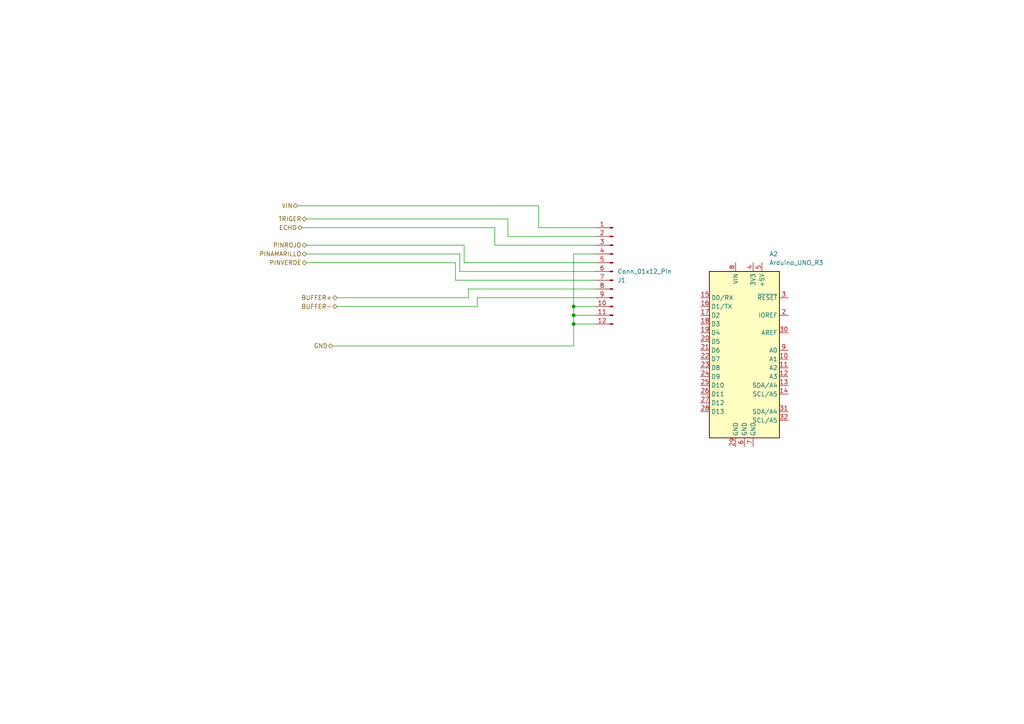
<source format=kicad_sch>
(kicad_sch
	(version 20250114)
	(generator "eeschema")
	(generator_version "9.0")
	(uuid "82ee8b4f-40d8-4d72-9b6b-631ebadad176")
	(paper "A4")
	(lib_symbols
		(symbol "Connector:Conn_01x12_Pin"
			(pin_names
				(offset 1.016)
				(hide yes)
			)
			(exclude_from_sim no)
			(in_bom yes)
			(on_board yes)
			(property "Reference" "J"
				(at 0 15.24 0)
				(effects
					(font
						(size 1.27 1.27)
					)
				)
			)
			(property "Value" "Conn_01x12_Pin"
				(at 0 -17.78 0)
				(effects
					(font
						(size 1.27 1.27)
					)
				)
			)
			(property "Footprint" ""
				(at 0 0 0)
				(effects
					(font
						(size 1.27 1.27)
					)
					(hide yes)
				)
			)
			(property "Datasheet" "~"
				(at 0 0 0)
				(effects
					(font
						(size 1.27 1.27)
					)
					(hide yes)
				)
			)
			(property "Description" "Generic connector, single row, 01x12, script generated"
				(at 0 0 0)
				(effects
					(font
						(size 1.27 1.27)
					)
					(hide yes)
				)
			)
			(property "ki_locked" ""
				(at 0 0 0)
				(effects
					(font
						(size 1.27 1.27)
					)
				)
			)
			(property "ki_keywords" "connector"
				(at 0 0 0)
				(effects
					(font
						(size 1.27 1.27)
					)
					(hide yes)
				)
			)
			(property "ki_fp_filters" "Connector*:*_1x??_*"
				(at 0 0 0)
				(effects
					(font
						(size 1.27 1.27)
					)
					(hide yes)
				)
			)
			(symbol "Conn_01x12_Pin_1_1"
				(rectangle
					(start 0.8636 12.827)
					(end 0 12.573)
					(stroke
						(width 0.1524)
						(type default)
					)
					(fill
						(type outline)
					)
				)
				(rectangle
					(start 0.8636 10.287)
					(end 0 10.033)
					(stroke
						(width 0.1524)
						(type default)
					)
					(fill
						(type outline)
					)
				)
				(rectangle
					(start 0.8636 7.747)
					(end 0 7.493)
					(stroke
						(width 0.1524)
						(type default)
					)
					(fill
						(type outline)
					)
				)
				(rectangle
					(start 0.8636 5.207)
					(end 0 4.953)
					(stroke
						(width 0.1524)
						(type default)
					)
					(fill
						(type outline)
					)
				)
				(rectangle
					(start 0.8636 2.667)
					(end 0 2.413)
					(stroke
						(width 0.1524)
						(type default)
					)
					(fill
						(type outline)
					)
				)
				(rectangle
					(start 0.8636 0.127)
					(end 0 -0.127)
					(stroke
						(width 0.1524)
						(type default)
					)
					(fill
						(type outline)
					)
				)
				(rectangle
					(start 0.8636 -2.413)
					(end 0 -2.667)
					(stroke
						(width 0.1524)
						(type default)
					)
					(fill
						(type outline)
					)
				)
				(rectangle
					(start 0.8636 -4.953)
					(end 0 -5.207)
					(stroke
						(width 0.1524)
						(type default)
					)
					(fill
						(type outline)
					)
				)
				(rectangle
					(start 0.8636 -7.493)
					(end 0 -7.747)
					(stroke
						(width 0.1524)
						(type default)
					)
					(fill
						(type outline)
					)
				)
				(rectangle
					(start 0.8636 -10.033)
					(end 0 -10.287)
					(stroke
						(width 0.1524)
						(type default)
					)
					(fill
						(type outline)
					)
				)
				(rectangle
					(start 0.8636 -12.573)
					(end 0 -12.827)
					(stroke
						(width 0.1524)
						(type default)
					)
					(fill
						(type outline)
					)
				)
				(rectangle
					(start 0.8636 -15.113)
					(end 0 -15.367)
					(stroke
						(width 0.1524)
						(type default)
					)
					(fill
						(type outline)
					)
				)
				(polyline
					(pts
						(xy 1.27 12.7) (xy 0.8636 12.7)
					)
					(stroke
						(width 0.1524)
						(type default)
					)
					(fill
						(type none)
					)
				)
				(polyline
					(pts
						(xy 1.27 10.16) (xy 0.8636 10.16)
					)
					(stroke
						(width 0.1524)
						(type default)
					)
					(fill
						(type none)
					)
				)
				(polyline
					(pts
						(xy 1.27 7.62) (xy 0.8636 7.62)
					)
					(stroke
						(width 0.1524)
						(type default)
					)
					(fill
						(type none)
					)
				)
				(polyline
					(pts
						(xy 1.27 5.08) (xy 0.8636 5.08)
					)
					(stroke
						(width 0.1524)
						(type default)
					)
					(fill
						(type none)
					)
				)
				(polyline
					(pts
						(xy 1.27 2.54) (xy 0.8636 2.54)
					)
					(stroke
						(width 0.1524)
						(type default)
					)
					(fill
						(type none)
					)
				)
				(polyline
					(pts
						(xy 1.27 0) (xy 0.8636 0)
					)
					(stroke
						(width 0.1524)
						(type default)
					)
					(fill
						(type none)
					)
				)
				(polyline
					(pts
						(xy 1.27 -2.54) (xy 0.8636 -2.54)
					)
					(stroke
						(width 0.1524)
						(type default)
					)
					(fill
						(type none)
					)
				)
				(polyline
					(pts
						(xy 1.27 -5.08) (xy 0.8636 -5.08)
					)
					(stroke
						(width 0.1524)
						(type default)
					)
					(fill
						(type none)
					)
				)
				(polyline
					(pts
						(xy 1.27 -7.62) (xy 0.8636 -7.62)
					)
					(stroke
						(width 0.1524)
						(type default)
					)
					(fill
						(type none)
					)
				)
				(polyline
					(pts
						(xy 1.27 -10.16) (xy 0.8636 -10.16)
					)
					(stroke
						(width 0.1524)
						(type default)
					)
					(fill
						(type none)
					)
				)
				(polyline
					(pts
						(xy 1.27 -12.7) (xy 0.8636 -12.7)
					)
					(stroke
						(width 0.1524)
						(type default)
					)
					(fill
						(type none)
					)
				)
				(polyline
					(pts
						(xy 1.27 -15.24) (xy 0.8636 -15.24)
					)
					(stroke
						(width 0.1524)
						(type default)
					)
					(fill
						(type none)
					)
				)
				(pin passive line
					(at 5.08 12.7 180)
					(length 3.81)
					(name "Pin_1"
						(effects
							(font
								(size 1.27 1.27)
							)
						)
					)
					(number "1"
						(effects
							(font
								(size 1.27 1.27)
							)
						)
					)
				)
				(pin passive line
					(at 5.08 10.16 180)
					(length 3.81)
					(name "Pin_2"
						(effects
							(font
								(size 1.27 1.27)
							)
						)
					)
					(number "2"
						(effects
							(font
								(size 1.27 1.27)
							)
						)
					)
				)
				(pin passive line
					(at 5.08 7.62 180)
					(length 3.81)
					(name "Pin_3"
						(effects
							(font
								(size 1.27 1.27)
							)
						)
					)
					(number "3"
						(effects
							(font
								(size 1.27 1.27)
							)
						)
					)
				)
				(pin passive line
					(at 5.08 5.08 180)
					(length 3.81)
					(name "Pin_4"
						(effects
							(font
								(size 1.27 1.27)
							)
						)
					)
					(number "4"
						(effects
							(font
								(size 1.27 1.27)
							)
						)
					)
				)
				(pin passive line
					(at 5.08 2.54 180)
					(length 3.81)
					(name "Pin_5"
						(effects
							(font
								(size 1.27 1.27)
							)
						)
					)
					(number "5"
						(effects
							(font
								(size 1.27 1.27)
							)
						)
					)
				)
				(pin passive line
					(at 5.08 0 180)
					(length 3.81)
					(name "Pin_6"
						(effects
							(font
								(size 1.27 1.27)
							)
						)
					)
					(number "6"
						(effects
							(font
								(size 1.27 1.27)
							)
						)
					)
				)
				(pin passive line
					(at 5.08 -2.54 180)
					(length 3.81)
					(name "Pin_7"
						(effects
							(font
								(size 1.27 1.27)
							)
						)
					)
					(number "7"
						(effects
							(font
								(size 1.27 1.27)
							)
						)
					)
				)
				(pin passive line
					(at 5.08 -5.08 180)
					(length 3.81)
					(name "Pin_8"
						(effects
							(font
								(size 1.27 1.27)
							)
						)
					)
					(number "8"
						(effects
							(font
								(size 1.27 1.27)
							)
						)
					)
				)
				(pin passive line
					(at 5.08 -7.62 180)
					(length 3.81)
					(name "Pin_9"
						(effects
							(font
								(size 1.27 1.27)
							)
						)
					)
					(number "9"
						(effects
							(font
								(size 1.27 1.27)
							)
						)
					)
				)
				(pin passive line
					(at 5.08 -10.16 180)
					(length 3.81)
					(name "Pin_10"
						(effects
							(font
								(size 1.27 1.27)
							)
						)
					)
					(number "10"
						(effects
							(font
								(size 1.27 1.27)
							)
						)
					)
				)
				(pin passive line
					(at 5.08 -12.7 180)
					(length 3.81)
					(name "Pin_11"
						(effects
							(font
								(size 1.27 1.27)
							)
						)
					)
					(number "11"
						(effects
							(font
								(size 1.27 1.27)
							)
						)
					)
				)
				(pin passive line
					(at 5.08 -15.24 180)
					(length 3.81)
					(name "Pin_12"
						(effects
							(font
								(size 1.27 1.27)
							)
						)
					)
					(number "12"
						(effects
							(font
								(size 1.27 1.27)
							)
						)
					)
				)
			)
			(embedded_fonts no)
		)
		(symbol "MCU_Module:Arduino_UNO_R3"
			(exclude_from_sim no)
			(in_bom yes)
			(on_board yes)
			(property "Reference" "A"
				(at -10.16 23.495 0)
				(effects
					(font
						(size 1.27 1.27)
					)
					(justify left bottom)
				)
			)
			(property "Value" "Arduino_UNO_R3"
				(at 5.08 -26.67 0)
				(effects
					(font
						(size 1.27 1.27)
					)
					(justify left top)
				)
			)
			(property "Footprint" "Module:Arduino_UNO_R3"
				(at 0 0 0)
				(effects
					(font
						(size 1.27 1.27)
						(italic yes)
					)
					(hide yes)
				)
			)
			(property "Datasheet" "https://www.arduino.cc/en/Main/arduinoBoardUno"
				(at 0 0 0)
				(effects
					(font
						(size 1.27 1.27)
					)
					(hide yes)
				)
			)
			(property "Description" "Arduino UNO Microcontroller Module, release 3"
				(at 0 0 0)
				(effects
					(font
						(size 1.27 1.27)
					)
					(hide yes)
				)
			)
			(property "ki_keywords" "Arduino UNO R3 Microcontroller Module Atmel AVR USB"
				(at 0 0 0)
				(effects
					(font
						(size 1.27 1.27)
					)
					(hide yes)
				)
			)
			(property "ki_fp_filters" "Arduino*UNO*R3*"
				(at 0 0 0)
				(effects
					(font
						(size 1.27 1.27)
					)
					(hide yes)
				)
			)
			(symbol "Arduino_UNO_R3_0_1"
				(rectangle
					(start -10.16 22.86)
					(end 10.16 -25.4)
					(stroke
						(width 0.254)
						(type default)
					)
					(fill
						(type background)
					)
				)
			)
			(symbol "Arduino_UNO_R3_1_1"
				(pin bidirectional line
					(at -12.7 15.24 0)
					(length 2.54)
					(name "D0/RX"
						(effects
							(font
								(size 1.27 1.27)
							)
						)
					)
					(number "15"
						(effects
							(font
								(size 1.27 1.27)
							)
						)
					)
				)
				(pin bidirectional line
					(at -12.7 12.7 0)
					(length 2.54)
					(name "D1/TX"
						(effects
							(font
								(size 1.27 1.27)
							)
						)
					)
					(number "16"
						(effects
							(font
								(size 1.27 1.27)
							)
						)
					)
				)
				(pin bidirectional line
					(at -12.7 10.16 0)
					(length 2.54)
					(name "D2"
						(effects
							(font
								(size 1.27 1.27)
							)
						)
					)
					(number "17"
						(effects
							(font
								(size 1.27 1.27)
							)
						)
					)
				)
				(pin bidirectional line
					(at -12.7 7.62 0)
					(length 2.54)
					(name "D3"
						(effects
							(font
								(size 1.27 1.27)
							)
						)
					)
					(number "18"
						(effects
							(font
								(size 1.27 1.27)
							)
						)
					)
				)
				(pin bidirectional line
					(at -12.7 5.08 0)
					(length 2.54)
					(name "D4"
						(effects
							(font
								(size 1.27 1.27)
							)
						)
					)
					(number "19"
						(effects
							(font
								(size 1.27 1.27)
							)
						)
					)
				)
				(pin bidirectional line
					(at -12.7 2.54 0)
					(length 2.54)
					(name "D5"
						(effects
							(font
								(size 1.27 1.27)
							)
						)
					)
					(number "20"
						(effects
							(font
								(size 1.27 1.27)
							)
						)
					)
				)
				(pin bidirectional line
					(at -12.7 0 0)
					(length 2.54)
					(name "D6"
						(effects
							(font
								(size 1.27 1.27)
							)
						)
					)
					(number "21"
						(effects
							(font
								(size 1.27 1.27)
							)
						)
					)
				)
				(pin bidirectional line
					(at -12.7 -2.54 0)
					(length 2.54)
					(name "D7"
						(effects
							(font
								(size 1.27 1.27)
							)
						)
					)
					(number "22"
						(effects
							(font
								(size 1.27 1.27)
							)
						)
					)
				)
				(pin bidirectional line
					(at -12.7 -5.08 0)
					(length 2.54)
					(name "D8"
						(effects
							(font
								(size 1.27 1.27)
							)
						)
					)
					(number "23"
						(effects
							(font
								(size 1.27 1.27)
							)
						)
					)
				)
				(pin bidirectional line
					(at -12.7 -7.62 0)
					(length 2.54)
					(name "D9"
						(effects
							(font
								(size 1.27 1.27)
							)
						)
					)
					(number "24"
						(effects
							(font
								(size 1.27 1.27)
							)
						)
					)
				)
				(pin bidirectional line
					(at -12.7 -10.16 0)
					(length 2.54)
					(name "D10"
						(effects
							(font
								(size 1.27 1.27)
							)
						)
					)
					(number "25"
						(effects
							(font
								(size 1.27 1.27)
							)
						)
					)
				)
				(pin bidirectional line
					(at -12.7 -12.7 0)
					(length 2.54)
					(name "D11"
						(effects
							(font
								(size 1.27 1.27)
							)
						)
					)
					(number "26"
						(effects
							(font
								(size 1.27 1.27)
							)
						)
					)
				)
				(pin bidirectional line
					(at -12.7 -15.24 0)
					(length 2.54)
					(name "D12"
						(effects
							(font
								(size 1.27 1.27)
							)
						)
					)
					(number "27"
						(effects
							(font
								(size 1.27 1.27)
							)
						)
					)
				)
				(pin bidirectional line
					(at -12.7 -17.78 0)
					(length 2.54)
					(name "D13"
						(effects
							(font
								(size 1.27 1.27)
							)
						)
					)
					(number "28"
						(effects
							(font
								(size 1.27 1.27)
							)
						)
					)
				)
				(pin no_connect line
					(at -10.16 -20.32 0)
					(length 2.54)
					(hide yes)
					(name "NC"
						(effects
							(font
								(size 1.27 1.27)
							)
						)
					)
					(number "1"
						(effects
							(font
								(size 1.27 1.27)
							)
						)
					)
				)
				(pin power_in line
					(at -2.54 25.4 270)
					(length 2.54)
					(name "VIN"
						(effects
							(font
								(size 1.27 1.27)
							)
						)
					)
					(number "8"
						(effects
							(font
								(size 1.27 1.27)
							)
						)
					)
				)
				(pin power_in line
					(at -2.54 -27.94 90)
					(length 2.54)
					(name "GND"
						(effects
							(font
								(size 1.27 1.27)
							)
						)
					)
					(number "29"
						(effects
							(font
								(size 1.27 1.27)
							)
						)
					)
				)
				(pin power_in line
					(at 0 -27.94 90)
					(length 2.54)
					(name "GND"
						(effects
							(font
								(size 1.27 1.27)
							)
						)
					)
					(number "6"
						(effects
							(font
								(size 1.27 1.27)
							)
						)
					)
				)
				(pin power_out line
					(at 2.54 25.4 270)
					(length 2.54)
					(name "3V3"
						(effects
							(font
								(size 1.27 1.27)
							)
						)
					)
					(number "4"
						(effects
							(font
								(size 1.27 1.27)
							)
						)
					)
				)
				(pin power_in line
					(at 2.54 -27.94 90)
					(length 2.54)
					(name "GND"
						(effects
							(font
								(size 1.27 1.27)
							)
						)
					)
					(number "7"
						(effects
							(font
								(size 1.27 1.27)
							)
						)
					)
				)
				(pin power_out line
					(at 5.08 25.4 270)
					(length 2.54)
					(name "+5V"
						(effects
							(font
								(size 1.27 1.27)
							)
						)
					)
					(number "5"
						(effects
							(font
								(size 1.27 1.27)
							)
						)
					)
				)
				(pin input line
					(at 12.7 15.24 180)
					(length 2.54)
					(name "~{RESET}"
						(effects
							(font
								(size 1.27 1.27)
							)
						)
					)
					(number "3"
						(effects
							(font
								(size 1.27 1.27)
							)
						)
					)
				)
				(pin output line
					(at 12.7 10.16 180)
					(length 2.54)
					(name "IOREF"
						(effects
							(font
								(size 1.27 1.27)
							)
						)
					)
					(number "2"
						(effects
							(font
								(size 1.27 1.27)
							)
						)
					)
				)
				(pin input line
					(at 12.7 5.08 180)
					(length 2.54)
					(name "AREF"
						(effects
							(font
								(size 1.27 1.27)
							)
						)
					)
					(number "30"
						(effects
							(font
								(size 1.27 1.27)
							)
						)
					)
				)
				(pin bidirectional line
					(at 12.7 0 180)
					(length 2.54)
					(name "A0"
						(effects
							(font
								(size 1.27 1.27)
							)
						)
					)
					(number "9"
						(effects
							(font
								(size 1.27 1.27)
							)
						)
					)
				)
				(pin bidirectional line
					(at 12.7 -2.54 180)
					(length 2.54)
					(name "A1"
						(effects
							(font
								(size 1.27 1.27)
							)
						)
					)
					(number "10"
						(effects
							(font
								(size 1.27 1.27)
							)
						)
					)
				)
				(pin bidirectional line
					(at 12.7 -5.08 180)
					(length 2.54)
					(name "A2"
						(effects
							(font
								(size 1.27 1.27)
							)
						)
					)
					(number "11"
						(effects
							(font
								(size 1.27 1.27)
							)
						)
					)
				)
				(pin bidirectional line
					(at 12.7 -7.62 180)
					(length 2.54)
					(name "A3"
						(effects
							(font
								(size 1.27 1.27)
							)
						)
					)
					(number "12"
						(effects
							(font
								(size 1.27 1.27)
							)
						)
					)
				)
				(pin bidirectional line
					(at 12.7 -10.16 180)
					(length 2.54)
					(name "SDA/A4"
						(effects
							(font
								(size 1.27 1.27)
							)
						)
					)
					(number "13"
						(effects
							(font
								(size 1.27 1.27)
							)
						)
					)
				)
				(pin bidirectional line
					(at 12.7 -12.7 180)
					(length 2.54)
					(name "SCL/A5"
						(effects
							(font
								(size 1.27 1.27)
							)
						)
					)
					(number "14"
						(effects
							(font
								(size 1.27 1.27)
							)
						)
					)
				)
				(pin bidirectional line
					(at 12.7 -17.78 180)
					(length 2.54)
					(name "SDA/A4"
						(effects
							(font
								(size 1.27 1.27)
							)
						)
					)
					(number "31"
						(effects
							(font
								(size 1.27 1.27)
							)
						)
					)
				)
				(pin bidirectional line
					(at 12.7 -20.32 180)
					(length 2.54)
					(name "SCL/A5"
						(effects
							(font
								(size 1.27 1.27)
							)
						)
					)
					(number "32"
						(effects
							(font
								(size 1.27 1.27)
							)
						)
					)
				)
			)
			(embedded_fonts no)
		)
	)
	(junction
		(at 166.37 88.9)
		(diameter 0)
		(color 0 0 0 0)
		(uuid "3e5360eb-4d9d-48f9-971f-e423b9a73824")
	)
	(junction
		(at 166.37 91.44)
		(diameter 0)
		(color 0 0 0 0)
		(uuid "9154438f-c563-452c-8b91-f9f5c45cd91d")
	)
	(junction
		(at 166.37 93.98)
		(diameter 0)
		(color 0 0 0 0)
		(uuid "c99af4f2-5290-44f6-93d1-1d7063cbf6e3")
	)
	(wire
		(pts
			(xy 143.51 71.12) (xy 172.72 71.12)
		)
		(stroke
			(width 0)
			(type default)
		)
		(uuid "015687c4-7877-4353-82d0-f2b7028e9022")
	)
	(wire
		(pts
			(xy 166.37 88.9) (xy 172.72 88.9)
		)
		(stroke
			(width 0)
			(type default)
		)
		(uuid "0522e9aa-4793-43ef-be17-a01eef60e1b5")
	)
	(wire
		(pts
			(xy 87.63 66.04) (xy 143.51 66.04)
		)
		(stroke
			(width 0)
			(type default)
		)
		(uuid "0878f760-3389-4bd5-ab52-287f50b99cb4")
	)
	(wire
		(pts
			(xy 166.37 91.44) (xy 166.37 88.9)
		)
		(stroke
			(width 0)
			(type default)
		)
		(uuid "09243b11-e762-4752-a5f2-b7f0965da721")
	)
	(wire
		(pts
			(xy 172.72 78.74) (xy 133.35 78.74)
		)
		(stroke
			(width 0)
			(type default)
		)
		(uuid "0c637608-e195-4ee6-a4ec-9577f474e72d")
	)
	(wire
		(pts
			(xy 88.9 76.2) (xy 132.08 76.2)
		)
		(stroke
			(width 0)
			(type default)
		)
		(uuid "0e9e50f5-f45b-4f29-853b-534735ca675b")
	)
	(wire
		(pts
			(xy 166.37 93.98) (xy 166.37 91.44)
		)
		(stroke
			(width 0)
			(type default)
		)
		(uuid "19849a49-12a0-4023-8c4f-8723bb8fbe3b")
	)
	(wire
		(pts
			(xy 88.9 71.12) (xy 134.62 71.12)
		)
		(stroke
			(width 0)
			(type default)
		)
		(uuid "1a6e912c-76b6-45e6-8e96-e11133e8afd1")
	)
	(wire
		(pts
			(xy 143.51 66.04) (xy 143.51 71.12)
		)
		(stroke
			(width 0)
			(type default)
		)
		(uuid "2633adba-010b-4f17-b953-49aeaf74444b")
	)
	(wire
		(pts
			(xy 134.62 71.12) (xy 134.62 76.2)
		)
		(stroke
			(width 0)
			(type default)
		)
		(uuid "26b4b362-24da-4330-a9a9-147b4f4fc7a9")
	)
	(wire
		(pts
			(xy 156.21 59.69) (xy 156.21 66.04)
		)
		(stroke
			(width 0)
			(type default)
		)
		(uuid "30e1dd9b-ae25-4e58-9e16-6588ee543d22")
	)
	(wire
		(pts
			(xy 166.37 100.33) (xy 166.37 93.98)
		)
		(stroke
			(width 0)
			(type default)
		)
		(uuid "3c4a87d2-3e52-4400-ac26-57149164b7ba")
	)
	(wire
		(pts
			(xy 147.32 68.58) (xy 147.32 63.5)
		)
		(stroke
			(width 0)
			(type default)
		)
		(uuid "3f0d7fea-48c9-452f-b737-9ba12f6854eb")
	)
	(wire
		(pts
			(xy 166.37 93.98) (xy 172.72 93.98)
		)
		(stroke
			(width 0)
			(type default)
		)
		(uuid "452b53a4-e7a3-4cf3-bd5a-fabd905c4a3c")
	)
	(wire
		(pts
			(xy 166.37 73.66) (xy 166.37 88.9)
		)
		(stroke
			(width 0)
			(type default)
		)
		(uuid "5e856de6-43a7-405c-af0d-0b6023133199")
	)
	(wire
		(pts
			(xy 138.43 86.36) (xy 172.72 86.36)
		)
		(stroke
			(width 0)
			(type default)
		)
		(uuid "648eac4d-178a-4443-a5d2-71419646e0bb")
	)
	(wire
		(pts
			(xy 156.21 66.04) (xy 172.72 66.04)
		)
		(stroke
			(width 0)
			(type default)
		)
		(uuid "669afa64-5f53-49b7-beb1-d665b0e04898")
	)
	(wire
		(pts
			(xy 172.72 68.58) (xy 147.32 68.58)
		)
		(stroke
			(width 0)
			(type default)
		)
		(uuid "945827a2-412d-4fe7-8579-4ee0b75e9ef4")
	)
	(wire
		(pts
			(xy 135.89 86.36) (xy 135.89 83.82)
		)
		(stroke
			(width 0)
			(type default)
		)
		(uuid "9a334b36-e9dc-4b8b-b680-7a0f69796e7d")
	)
	(wire
		(pts
			(xy 133.35 78.74) (xy 133.35 73.66)
		)
		(stroke
			(width 0)
			(type default)
		)
		(uuid "a3c43925-5f0d-408c-b97d-3cefbe981b6e")
	)
	(wire
		(pts
			(xy 88.9 63.5) (xy 147.32 63.5)
		)
		(stroke
			(width 0)
			(type default)
		)
		(uuid "afd50b59-88ad-412f-bdb2-52257f79550c")
	)
	(wire
		(pts
			(xy 138.43 86.36) (xy 138.43 88.9)
		)
		(stroke
			(width 0)
			(type default)
		)
		(uuid "b18e88ed-4a8c-4cd0-92a1-67d335d0a819")
	)
	(wire
		(pts
			(xy 166.37 91.44) (xy 172.72 91.44)
		)
		(stroke
			(width 0)
			(type default)
		)
		(uuid "bba5f19d-be4c-40b0-a54e-ff0659d22ed8")
	)
	(wire
		(pts
			(xy 134.62 76.2) (xy 172.72 76.2)
		)
		(stroke
			(width 0)
			(type default)
		)
		(uuid "bf80fd79-2472-4cf6-a743-1a528360b246")
	)
	(wire
		(pts
			(xy 132.08 76.2) (xy 132.08 81.28)
		)
		(stroke
			(width 0)
			(type default)
		)
		(uuid "c1ba0520-5736-4048-8feb-abb6acd8ab70")
	)
	(wire
		(pts
			(xy 97.79 86.36) (xy 135.89 86.36)
		)
		(stroke
			(width 0)
			(type default)
		)
		(uuid "d3c7152c-17dd-47b8-9ba7-32d0ff98f4d9")
	)
	(wire
		(pts
			(xy 166.37 73.66) (xy 172.72 73.66)
		)
		(stroke
			(width 0)
			(type default)
		)
		(uuid "d5686d6c-fe0d-4361-9043-ab8c858a69e6")
	)
	(wire
		(pts
			(xy 88.9 73.66) (xy 133.35 73.66)
		)
		(stroke
			(width 0)
			(type default)
		)
		(uuid "db009183-c931-485e-bac0-be6123951b45")
	)
	(wire
		(pts
			(xy 138.43 88.9) (xy 97.79 88.9)
		)
		(stroke
			(width 0)
			(type default)
		)
		(uuid "ecbbbb45-bed1-472d-920b-a993ec426fca")
	)
	(wire
		(pts
			(xy 86.36 59.69) (xy 156.21 59.69)
		)
		(stroke
			(width 0)
			(type default)
		)
		(uuid "f65e4e7c-ca36-4ea8-b16d-e60cbc752c63")
	)
	(wire
		(pts
			(xy 96.52 100.33) (xy 166.37 100.33)
		)
		(stroke
			(width 0)
			(type default)
		)
		(uuid "fb76e115-9ff6-4fe0-b5d8-c49528517dc7")
	)
	(wire
		(pts
			(xy 135.89 83.82) (xy 172.72 83.82)
		)
		(stroke
			(width 0)
			(type default)
		)
		(uuid "fd51e54c-105c-4361-aa63-5f283e94eb9d")
	)
	(wire
		(pts
			(xy 132.08 81.28) (xy 172.72 81.28)
		)
		(stroke
			(width 0)
			(type default)
		)
		(uuid "fe7e4b93-c3ab-4aaf-810a-80f487321a51")
	)
	(hierarchical_label "VIN"
		(shape bidirectional)
		(at 86.36 59.69 180)
		(effects
			(font
				(size 1.27 1.27)
			)
			(justify right)
		)
		(uuid "118288cf-b58a-45d1-97a5-42b06bddcbf5")
	)
	(hierarchical_label "ECHO"
		(shape bidirectional)
		(at 87.63 66.04 180)
		(effects
			(font
				(size 1.27 1.27)
			)
			(justify right)
		)
		(uuid "1e4c8f96-12bc-46ce-bb18-ff373365aa4c")
	)
	(hierarchical_label "GND"
		(shape bidirectional)
		(at 96.52 100.33 180)
		(effects
			(font
				(size 1.27 1.27)
			)
			(justify right)
		)
		(uuid "353a37df-2217-4cda-85dc-0bfa46924b6b")
	)
	(hierarchical_label "TRIGER"
		(shape bidirectional)
		(at 88.9 63.5 180)
		(effects
			(font
				(size 1.27 1.27)
			)
			(justify right)
		)
		(uuid "3dc46ec9-a7fd-423e-8a6a-be3c405e9b37")
	)
	(hierarchical_label "BUFFER+"
		(shape bidirectional)
		(at 97.79 86.36 180)
		(effects
			(font
				(size 1.27 1.27)
			)
			(justify right)
		)
		(uuid "48768f04-156b-4484-aaec-fd05a3ec4f67")
	)
	(hierarchical_label "PINVERDE"
		(shape bidirectional)
		(at 88.9 76.2 180)
		(effects
			(font
				(size 1.27 1.27)
			)
			(justify right)
		)
		(uuid "4febb503-61c6-4651-9d51-24713d4f2e87")
	)
	(hierarchical_label "PINROJO"
		(shape bidirectional)
		(at 88.9 71.12 180)
		(effects
			(font
				(size 1.27 1.27)
			)
			(justify right)
		)
		(uuid "717996ba-b71b-4fcb-803e-a7b419c39325")
	)
	(hierarchical_label "BUFFER-"
		(shape bidirectional)
		(at 97.79 88.9 180)
		(effects
			(font
				(size 1.27 1.27)
			)
			(justify right)
		)
		(uuid "b0071580-7cd0-402d-87a9-9562ae6a50c7")
	)
	(hierarchical_label "PINAMARILLO"
		(shape bidirectional)
		(at 88.9 73.66 180)
		(effects
			(font
				(size 1.27 1.27)
			)
			(justify right)
		)
		(uuid "d11d3261-773d-43c6-8c32-b601c7024b17")
	)
	(symbol
		(lib_id "Connector:Conn_01x12_Pin")
		(at 177.8 78.74 0)
		(mirror y)
		(unit 1)
		(exclude_from_sim no)
		(in_bom yes)
		(on_board yes)
		(dnp no)
		(uuid "b580dc64-bce9-4c07-ae25-8b160b2679d2")
		(property "Reference" "J1"
			(at 179.07 81.2801 0)
			(effects
				(font
					(size 1.27 1.27)
				)
				(justify right)
			)
		)
		(property "Value" "Conn_01x12_Pin"
			(at 179.07 78.7401 0)
			(effects
				(font
					(size 1.27 1.27)
				)
				(justify right)
			)
		)
		(property "Footprint" "Connector_Phoenix_GMSTB:PhoenixContact_GMSTBVA_2,5_12-G_1x12_P7.50mm_Vertical"
			(at 177.8 78.74 0)
			(effects
				(font
					(size 1.27 1.27)
				)
				(hide yes)
			)
		)
		(property "Datasheet" "~"
			(at 177.8 78.74 0)
			(effects
				(font
					(size 1.27 1.27)
				)
				(hide yes)
			)
		)
		(property "Description" "Generic connector, single row, 01x12, script generated"
			(at 177.8 78.74 0)
			(effects
				(font
					(size 1.27 1.27)
				)
				(hide yes)
			)
		)
		(pin "2"
			(uuid "edf20ff0-7711-4ea7-9336-4a5516517548")
		)
		(pin "5"
			(uuid "72ee465c-fcb3-4101-8660-bdb781b985f5")
		)
		(pin "3"
			(uuid "046c6df0-6369-4cb9-b950-40710f65e680")
		)
		(pin "11"
			(uuid "d1de8ca5-e0f2-428a-a07d-0ee9e5ef6b3c")
		)
		(pin "12"
			(uuid "c5b55390-b060-4afd-80e8-3b968c9f4aa7")
		)
		(pin "1"
			(uuid "eddf7175-94f2-4e3a-a415-f6454a9f01fb")
		)
		(pin "9"
			(uuid "0f270b68-957c-4909-b3ff-25ba9ecf220c")
		)
		(pin "10"
			(uuid "4e5b489d-5b21-4b49-8d34-377832272a2c")
		)
		(pin "6"
			(uuid "5e9c6b50-672e-4612-be61-a4991b72a968")
		)
		(pin "8"
			(uuid "65170939-7d44-4bfd-9e24-6f9d03820a6b")
		)
		(pin "4"
			(uuid "96c5a55b-480a-4905-a2bd-5b0cdf9d6108")
		)
		(pin "7"
			(uuid "5dd7f890-1627-490e-af8c-706b45b83d84")
		)
		(instances
			(project ""
				(path "/5cd23497-8551-462a-9df8-e1c0724629c2/8c6f3df0-8229-4dbe-8ac6-bf5c1d58fe76"
					(reference "J1")
					(unit 1)
				)
			)
		)
	)
	(symbol
		(lib_id "MCU_Module:Arduino_UNO_R3")
		(at 215.9 101.6 0)
		(unit 1)
		(exclude_from_sim no)
		(in_bom yes)
		(on_board yes)
		(dnp no)
		(fields_autoplaced yes)
		(uuid "e8e07d18-7e04-47ec-bf17-fa0bff87478f")
		(property "Reference" "A2"
			(at 223.1233 73.66 0)
			(effects
				(font
					(size 1.27 1.27)
				)
				(justify left)
			)
		)
		(property "Value" "Arduino_UNO_R3"
			(at 223.1233 76.2 0)
			(effects
				(font
					(size 1.27 1.27)
				)
				(justify left)
			)
		)
		(property "Footprint" "Module:Arduino_UNO_R3"
			(at 215.9 101.6 0)
			(effects
				(font
					(size 1.27 1.27)
					(italic yes)
				)
				(hide yes)
			)
		)
		(property "Datasheet" "https://www.arduino.cc/en/Main/arduinoBoardUno"
			(at 215.9 101.6 0)
			(effects
				(font
					(size 1.27 1.27)
				)
				(hide yes)
			)
		)
		(property "Description" "Arduino UNO Microcontroller Module, release 3"
			(at 215.9 101.6 0)
			(effects
				(font
					(size 1.27 1.27)
				)
				(hide yes)
			)
		)
		(pin "15"
			(uuid "973c72f2-8119-4f41-9f11-dbab5560756e")
		)
		(pin "7"
			(uuid "92b5bda4-d2b8-4bb0-9ead-1b96173fcd06")
		)
		(pin "3"
			(uuid "71a34134-85c5-46b9-a193-b7473a9d962f")
		)
		(pin "2"
			(uuid "65f4baf6-a619-4d5e-b016-4c84dd3738d6")
		)
		(pin "16"
			(uuid "bc0e5a36-706a-4c8a-8ad6-9a6d4d1bb178")
		)
		(pin "21"
			(uuid "03bdc00a-32e5-4e2b-9b87-5b9625365734")
		)
		(pin "18"
			(uuid "dccc1f6e-f46d-4e29-a653-442e3215926a")
		)
		(pin "22"
			(uuid "03713e42-a962-44e2-b7b1-8dbdcd9bd67b")
		)
		(pin "24"
			(uuid "e4464443-5dd8-4cd3-9107-609a08849b37")
		)
		(pin "25"
			(uuid "1d77a492-9dd4-4d54-b936-391c5ec9b0f8")
		)
		(pin "27"
			(uuid "bbbf6fed-9d6c-46ac-87bf-30c7e00fbc0c")
		)
		(pin "1"
			(uuid "b9cd7e09-a5b9-4213-b5c4-591e90011957")
		)
		(pin "17"
			(uuid "10ce2646-d152-4f43-ac4d-a031de166279")
		)
		(pin "20"
			(uuid "4627f0cd-b845-4072-aeb1-f4974bd7ae12")
		)
		(pin "8"
			(uuid "a9462914-3b8c-4369-86f5-dd9e1c542036")
		)
		(pin "19"
			(uuid "f968a3be-b929-4c71-a147-bf52e66d45a1")
		)
		(pin "28"
			(uuid "eb7c168e-9513-4873-84c0-fe771a57646a")
		)
		(pin "29"
			(uuid "b8ad55b0-00d0-452b-b65b-22b2458a055c")
		)
		(pin "6"
			(uuid "20d99e20-05d0-4576-b1c0-9b66052743f3")
		)
		(pin "26"
			(uuid "dc8a0aff-e28a-4180-b396-48321762923b")
		)
		(pin "4"
			(uuid "53e3a1d0-999e-418d-a405-480fa1c7d1e6")
		)
		(pin "23"
			(uuid "23276f07-b92f-4fb4-b5cd-823f1b92eb8e")
		)
		(pin "5"
			(uuid "3d272fa3-97b6-4100-a502-e6545ef76b81")
		)
		(pin "30"
			(uuid "d2494616-586a-4e31-9192-51cdf4bce382")
		)
		(pin "9"
			(uuid "70d81362-8291-44ad-acdb-aaef0b9621af")
		)
		(pin "10"
			(uuid "be57f2f5-6e67-497e-b527-dbcdc3c1eb92")
		)
		(pin "11"
			(uuid "e9d7dbe3-ad32-4272-941d-c38f10fe38fb")
		)
		(pin "12"
			(uuid "27636d13-7f9c-422b-9d67-e3ac107cc81e")
		)
		(pin "13"
			(uuid "c9f42b45-136e-4c2c-80cb-ef6493155cfe")
		)
		(pin "14"
			(uuid "a5c5a4ca-1dcd-488c-9821-4250d080a1ae")
		)
		(pin "31"
			(uuid "a82ebf62-ad8b-49b0-963e-67838d7c36e9")
		)
		(pin "32"
			(uuid "f8e1e112-0068-4acf-9761-230564e6ffbd")
		)
		(instances
			(project "sistema-aparcamiento-asistido"
				(path "/5cd23497-8551-462a-9df8-e1c0724629c2/8c6f3df0-8229-4dbe-8ac6-bf5c1d58fe76"
					(reference "A2")
					(unit 1)
				)
			)
		)
	)
)

</source>
